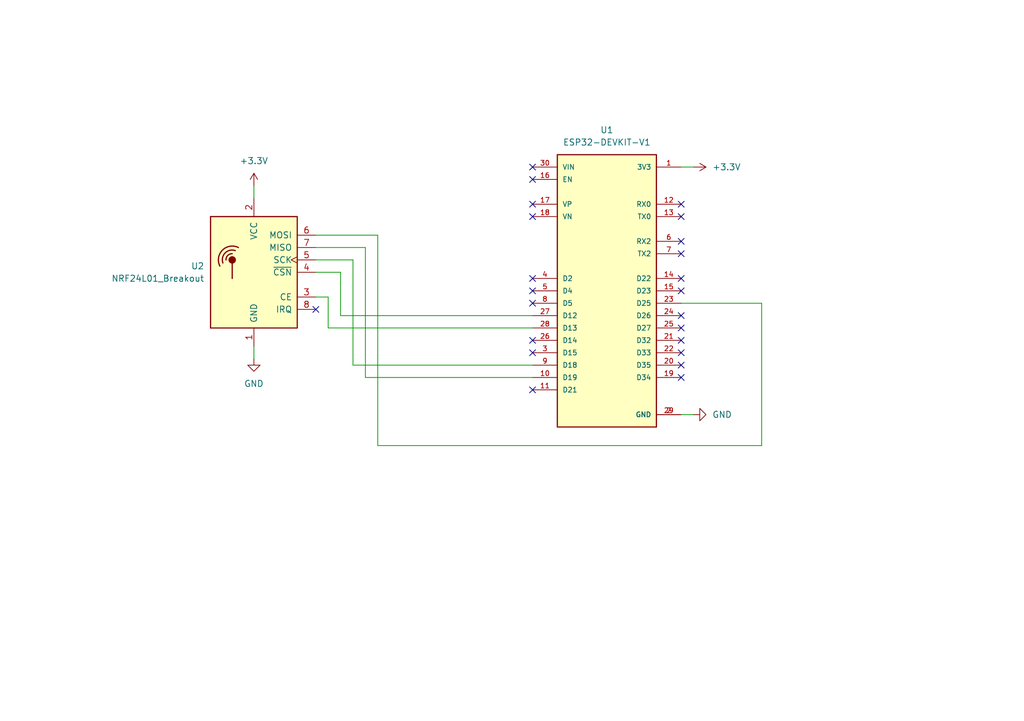
<source format=kicad_sch>
(kicad_sch
	(version 20250114)
	(generator "eeschema")
	(generator_version "9.0")
	(uuid "cb562355-b920-494b-b776-8f4fb441a8e0")
	(paper "A5")
	(title_block
		(title "IOT HSS-HUB ESP32")
		(date "2025-08-29")
		(rev "1")
	)
	(lib_symbols
		(symbol "ESP32-DEVKIT-V1:ESP32-DEVKIT-V1"
			(pin_names
				(offset 1.016)
			)
			(exclude_from_sim no)
			(in_bom yes)
			(on_board yes)
			(property "Reference" "U"
				(at -10.16 30.48 0)
				(effects
					(font
						(size 1.27 1.27)
					)
					(justify left top)
				)
			)
			(property "Value" "ESP32-DEVKIT-V1"
				(at -10.16 -30.48 0)
				(effects
					(font
						(size 1.27 1.27)
					)
					(justify left bottom)
				)
			)
			(property "Footprint" "ESP32-DEVKIT-V1:MODULE_ESP32_DEVKIT_V1"
				(at 0 0 0)
				(effects
					(font
						(size 1.27 1.27)
					)
					(justify bottom)
					(hide yes)
				)
			)
			(property "Datasheet" ""
				(at 0 0 0)
				(effects
					(font
						(size 1.27 1.27)
					)
					(hide yes)
				)
			)
			(property "Description" ""
				(at 0 0 0)
				(effects
					(font
						(size 1.27 1.27)
					)
					(hide yes)
				)
			)
			(property "MF" "Do it"
				(at 0 0 0)
				(effects
					(font
						(size 1.27 1.27)
					)
					(justify bottom)
					(hide yes)
				)
			)
			(property "MAXIMUM_PACKAGE_HEIGHT" "6.8 mm"
				(at 0 0 0)
				(effects
					(font
						(size 1.27 1.27)
					)
					(justify bottom)
					(hide yes)
				)
			)
			(property "Package" "None"
				(at 0 0 0)
				(effects
					(font
						(size 1.27 1.27)
					)
					(justify bottom)
					(hide yes)
				)
			)
			(property "Price" "None"
				(at 0 0 0)
				(effects
					(font
						(size 1.27 1.27)
					)
					(justify bottom)
					(hide yes)
				)
			)
			(property "Check_prices" "https://www.snapeda.com/parts/ESP32-DEVKIT-V1/Do+it/view-part/?ref=eda"
				(at 0 0 0)
				(effects
					(font
						(size 1.27 1.27)
					)
					(justify bottom)
					(hide yes)
				)
			)
			(property "STANDARD" "Manufacturer Recommendations"
				(at 0 0 0)
				(effects
					(font
						(size 1.27 1.27)
					)
					(justify bottom)
					(hide yes)
				)
			)
			(property "PARTREV" "N/A"
				(at 0 0 0)
				(effects
					(font
						(size 1.27 1.27)
					)
					(justify bottom)
					(hide yes)
				)
			)
			(property "SnapEDA_Link" "https://www.snapeda.com/parts/ESP32-DEVKIT-V1/Do+it/view-part/?ref=snap"
				(at 0 0 0)
				(effects
					(font
						(size 1.27 1.27)
					)
					(justify bottom)
					(hide yes)
				)
			)
			(property "MP" "ESP32-DEVKIT-V1"
				(at 0 0 0)
				(effects
					(font
						(size 1.27 1.27)
					)
					(justify bottom)
					(hide yes)
				)
			)
			(property "Description_1" "Dual core, Wi-Fi: 2.4 GHz up to 150 Mbits/s,BLE (Bluetooth Low Energy) and legacy Bluetooth, 32 bits, Up to 240 MHz"
				(at 0 0 0)
				(effects
					(font
						(size 1.27 1.27)
					)
					(justify bottom)
					(hide yes)
				)
			)
			(property "Availability" "Not in stock"
				(at 0 0 0)
				(effects
					(font
						(size 1.27 1.27)
					)
					(justify bottom)
					(hide yes)
				)
			)
			(property "MANUFACTURER" "DOIT"
				(at 0 0 0)
				(effects
					(font
						(size 1.27 1.27)
					)
					(justify bottom)
					(hide yes)
				)
			)
			(symbol "ESP32-DEVKIT-V1_0_0"
				(rectangle
					(start -10.16 -27.94)
					(end 10.16 27.94)
					(stroke
						(width 0.254)
						(type default)
					)
					(fill
						(type background)
					)
				)
				(pin input line
					(at -15.24 25.4 0)
					(length 5.08)
					(name "VIN"
						(effects
							(font
								(size 1.016 1.016)
							)
						)
					)
					(number "30"
						(effects
							(font
								(size 1.016 1.016)
							)
						)
					)
				)
				(pin input line
					(at -15.24 22.86 0)
					(length 5.08)
					(name "EN"
						(effects
							(font
								(size 1.016 1.016)
							)
						)
					)
					(number "16"
						(effects
							(font
								(size 1.016 1.016)
							)
						)
					)
				)
				(pin bidirectional line
					(at -15.24 17.78 0)
					(length 5.08)
					(name "VP"
						(effects
							(font
								(size 1.016 1.016)
							)
						)
					)
					(number "17"
						(effects
							(font
								(size 1.016 1.016)
							)
						)
					)
				)
				(pin bidirectional line
					(at -15.24 15.24 0)
					(length 5.08)
					(name "VN"
						(effects
							(font
								(size 1.016 1.016)
							)
						)
					)
					(number "18"
						(effects
							(font
								(size 1.016 1.016)
							)
						)
					)
				)
				(pin bidirectional line
					(at -15.24 2.54 0)
					(length 5.08)
					(name "D2"
						(effects
							(font
								(size 1.016 1.016)
							)
						)
					)
					(number "4"
						(effects
							(font
								(size 1.016 1.016)
							)
						)
					)
				)
				(pin bidirectional line
					(at -15.24 0 0)
					(length 5.08)
					(name "D4"
						(effects
							(font
								(size 1.016 1.016)
							)
						)
					)
					(number "5"
						(effects
							(font
								(size 1.016 1.016)
							)
						)
					)
				)
				(pin bidirectional line
					(at -15.24 -2.54 0)
					(length 5.08)
					(name "D5"
						(effects
							(font
								(size 1.016 1.016)
							)
						)
					)
					(number "8"
						(effects
							(font
								(size 1.016 1.016)
							)
						)
					)
				)
				(pin bidirectional line
					(at -15.24 -5.08 0)
					(length 5.08)
					(name "D12"
						(effects
							(font
								(size 1.016 1.016)
							)
						)
					)
					(number "27"
						(effects
							(font
								(size 1.016 1.016)
							)
						)
					)
				)
				(pin bidirectional line
					(at -15.24 -7.62 0)
					(length 5.08)
					(name "D13"
						(effects
							(font
								(size 1.016 1.016)
							)
						)
					)
					(number "28"
						(effects
							(font
								(size 1.016 1.016)
							)
						)
					)
				)
				(pin bidirectional line
					(at -15.24 -10.16 0)
					(length 5.08)
					(name "D14"
						(effects
							(font
								(size 1.016 1.016)
							)
						)
					)
					(number "26"
						(effects
							(font
								(size 1.016 1.016)
							)
						)
					)
				)
				(pin bidirectional line
					(at -15.24 -12.7 0)
					(length 5.08)
					(name "D15"
						(effects
							(font
								(size 1.016 1.016)
							)
						)
					)
					(number "3"
						(effects
							(font
								(size 1.016 1.016)
							)
						)
					)
				)
				(pin bidirectional line
					(at -15.24 -15.24 0)
					(length 5.08)
					(name "D18"
						(effects
							(font
								(size 1.016 1.016)
							)
						)
					)
					(number "9"
						(effects
							(font
								(size 1.016 1.016)
							)
						)
					)
				)
				(pin bidirectional line
					(at -15.24 -17.78 0)
					(length 5.08)
					(name "D19"
						(effects
							(font
								(size 1.016 1.016)
							)
						)
					)
					(number "10"
						(effects
							(font
								(size 1.016 1.016)
							)
						)
					)
				)
				(pin bidirectional line
					(at -15.24 -20.32 0)
					(length 5.08)
					(name "D21"
						(effects
							(font
								(size 1.016 1.016)
							)
						)
					)
					(number "11"
						(effects
							(font
								(size 1.016 1.016)
							)
						)
					)
				)
				(pin output line
					(at 15.24 25.4 180)
					(length 5.08)
					(name "3V3"
						(effects
							(font
								(size 1.016 1.016)
							)
						)
					)
					(number "1"
						(effects
							(font
								(size 1.016 1.016)
							)
						)
					)
				)
				(pin input line
					(at 15.24 17.78 180)
					(length 5.08)
					(name "RX0"
						(effects
							(font
								(size 1.016 1.016)
							)
						)
					)
					(number "12"
						(effects
							(font
								(size 1.016 1.016)
							)
						)
					)
				)
				(pin output line
					(at 15.24 15.24 180)
					(length 5.08)
					(name "TX0"
						(effects
							(font
								(size 1.016 1.016)
							)
						)
					)
					(number "13"
						(effects
							(font
								(size 1.016 1.016)
							)
						)
					)
				)
				(pin input line
					(at 15.24 10.16 180)
					(length 5.08)
					(name "RX2"
						(effects
							(font
								(size 1.016 1.016)
							)
						)
					)
					(number "6"
						(effects
							(font
								(size 1.016 1.016)
							)
						)
					)
				)
				(pin output line
					(at 15.24 7.62 180)
					(length 5.08)
					(name "TX2"
						(effects
							(font
								(size 1.016 1.016)
							)
						)
					)
					(number "7"
						(effects
							(font
								(size 1.016 1.016)
							)
						)
					)
				)
				(pin bidirectional line
					(at 15.24 2.54 180)
					(length 5.08)
					(name "D22"
						(effects
							(font
								(size 1.016 1.016)
							)
						)
					)
					(number "14"
						(effects
							(font
								(size 1.016 1.016)
							)
						)
					)
				)
				(pin bidirectional line
					(at 15.24 0 180)
					(length 5.08)
					(name "D23"
						(effects
							(font
								(size 1.016 1.016)
							)
						)
					)
					(number "15"
						(effects
							(font
								(size 1.016 1.016)
							)
						)
					)
				)
				(pin bidirectional line
					(at 15.24 -2.54 180)
					(length 5.08)
					(name "D25"
						(effects
							(font
								(size 1.016 1.016)
							)
						)
					)
					(number "23"
						(effects
							(font
								(size 1.016 1.016)
							)
						)
					)
				)
				(pin bidirectional line
					(at 15.24 -5.08 180)
					(length 5.08)
					(name "D26"
						(effects
							(font
								(size 1.016 1.016)
							)
						)
					)
					(number "24"
						(effects
							(font
								(size 1.016 1.016)
							)
						)
					)
				)
				(pin bidirectional line
					(at 15.24 -7.62 180)
					(length 5.08)
					(name "D27"
						(effects
							(font
								(size 1.016 1.016)
							)
						)
					)
					(number "25"
						(effects
							(font
								(size 1.016 1.016)
							)
						)
					)
				)
				(pin bidirectional line
					(at 15.24 -10.16 180)
					(length 5.08)
					(name "D32"
						(effects
							(font
								(size 1.016 1.016)
							)
						)
					)
					(number "21"
						(effects
							(font
								(size 1.016 1.016)
							)
						)
					)
				)
				(pin bidirectional line
					(at 15.24 -12.7 180)
					(length 5.08)
					(name "D33"
						(effects
							(font
								(size 1.016 1.016)
							)
						)
					)
					(number "22"
						(effects
							(font
								(size 1.016 1.016)
							)
						)
					)
				)
				(pin bidirectional line
					(at 15.24 -15.24 180)
					(length 5.08)
					(name "D35"
						(effects
							(font
								(size 1.016 1.016)
							)
						)
					)
					(number "20"
						(effects
							(font
								(size 1.016 1.016)
							)
						)
					)
				)
				(pin bidirectional line
					(at 15.24 -17.78 180)
					(length 5.08)
					(name "D34"
						(effects
							(font
								(size 1.016 1.016)
							)
						)
					)
					(number "19"
						(effects
							(font
								(size 1.016 1.016)
							)
						)
					)
				)
				(pin power_in line
					(at 15.24 -25.4 180)
					(length 5.08)
					(name "GND"
						(effects
							(font
								(size 1.016 1.016)
							)
						)
					)
					(number "2"
						(effects
							(font
								(size 1.016 1.016)
							)
						)
					)
				)
				(pin power_in line
					(at 15.24 -25.4 180)
					(length 5.08)
					(name "GND"
						(effects
							(font
								(size 1.016 1.016)
							)
						)
					)
					(number "29"
						(effects
							(font
								(size 1.016 1.016)
							)
						)
					)
				)
			)
			(embedded_fonts no)
		)
		(symbol "RF:NRF24L01_Breakout"
			(pin_names
				(offset 1.016)
			)
			(exclude_from_sim no)
			(in_bom yes)
			(on_board yes)
			(property "Reference" "U"
				(at -8.89 12.7 0)
				(effects
					(font
						(size 1.27 1.27)
					)
					(justify left)
				)
			)
			(property "Value" "NRF24L01_Breakout"
				(at 3.81 12.7 0)
				(effects
					(font
						(size 1.27 1.27)
					)
					(justify left)
				)
			)
			(property "Footprint" "RF_Module:nRF24L01_Breakout"
				(at 3.81 15.24 0)
				(effects
					(font
						(size 1.27 1.27)
						(italic yes)
					)
					(justify left)
					(hide yes)
				)
			)
			(property "Datasheet" "http://www.nordicsemi.com/eng/content/download/2730/34105/file/nRF24L01_Product_Specification_v2_0.pdf"
				(at 0 -2.54 0)
				(effects
					(font
						(size 1.27 1.27)
					)
					(hide yes)
				)
			)
			(property "Description" "Ultra low power 2.4GHz RF Transceiver, Carrier PCB"
				(at 0 0 0)
				(effects
					(font
						(size 1.27 1.27)
					)
					(hide yes)
				)
			)
			(property "ki_keywords" "Low Power RF Transceiver breakout carrier"
				(at 0 0 0)
				(effects
					(font
						(size 1.27 1.27)
					)
					(hide yes)
				)
			)
			(property "ki_fp_filters" "nRF24L01*Breakout*"
				(at 0 0 0)
				(effects
					(font
						(size 1.27 1.27)
					)
					(hide yes)
				)
			)
			(symbol "NRF24L01_Breakout_0_1"
				(rectangle
					(start -8.89 11.43)
					(end 8.89 -11.43)
					(stroke
						(width 0.254)
						(type default)
					)
					(fill
						(type background)
					)
				)
				(arc
					(start 3.175 5.08)
					(mid 6.453 4.548)
					(end 6.985 1.27)
					(stroke
						(width 0.254)
						(type default)
					)
					(fill
						(type none)
					)
				)
				(circle
					(center 4.445 2.54)
					(radius 0.635)
					(stroke
						(width 0.254)
						(type default)
					)
					(fill
						(type outline)
					)
				)
				(polyline
					(pts
						(xy 4.445 1.905) (xy 4.445 -1.27)
					)
					(stroke
						(width 0.254)
						(type default)
					)
					(fill
						(type none)
					)
				)
				(arc
					(start 3.81 4.445)
					(mid 5.8835 3.9785)
					(end 6.35 1.905)
					(stroke
						(width 0.254)
						(type default)
					)
					(fill
						(type none)
					)
				)
				(arc
					(start 4.445 3.81)
					(mid 5.3558 3.4508)
					(end 5.715 2.54)
					(stroke
						(width 0.254)
						(type default)
					)
					(fill
						(type none)
					)
				)
			)
			(symbol "NRF24L01_Breakout_1_1"
				(pin input line
					(at -12.7 7.62 0)
					(length 3.81)
					(name "MOSI"
						(effects
							(font
								(size 1.27 1.27)
							)
						)
					)
					(number "6"
						(effects
							(font
								(size 1.27 1.27)
							)
						)
					)
				)
				(pin output line
					(at -12.7 5.08 0)
					(length 3.81)
					(name "MISO"
						(effects
							(font
								(size 1.27 1.27)
							)
						)
					)
					(number "7"
						(effects
							(font
								(size 1.27 1.27)
							)
						)
					)
				)
				(pin input clock
					(at -12.7 2.54 0)
					(length 3.81)
					(name "SCK"
						(effects
							(font
								(size 1.27 1.27)
							)
						)
					)
					(number "5"
						(effects
							(font
								(size 1.27 1.27)
							)
						)
					)
				)
				(pin input line
					(at -12.7 0 0)
					(length 3.81)
					(name "~{CSN}"
						(effects
							(font
								(size 1.27 1.27)
							)
						)
					)
					(number "4"
						(effects
							(font
								(size 1.27 1.27)
							)
						)
					)
				)
				(pin input line
					(at -12.7 -5.08 0)
					(length 3.81)
					(name "CE"
						(effects
							(font
								(size 1.27 1.27)
							)
						)
					)
					(number "3"
						(effects
							(font
								(size 1.27 1.27)
							)
						)
					)
				)
				(pin output line
					(at -12.7 -7.62 0)
					(length 3.81)
					(name "IRQ"
						(effects
							(font
								(size 1.27 1.27)
							)
						)
					)
					(number "8"
						(effects
							(font
								(size 1.27 1.27)
							)
						)
					)
				)
				(pin power_in line
					(at 0 15.24 270)
					(length 3.81)
					(name "VCC"
						(effects
							(font
								(size 1.27 1.27)
							)
						)
					)
					(number "2"
						(effects
							(font
								(size 1.27 1.27)
							)
						)
					)
				)
				(pin power_in line
					(at 0 -15.24 90)
					(length 3.81)
					(name "GND"
						(effects
							(font
								(size 1.27 1.27)
							)
						)
					)
					(number "1"
						(effects
							(font
								(size 1.27 1.27)
							)
						)
					)
				)
			)
			(embedded_fonts no)
		)
		(symbol "power:+3.3V"
			(power)
			(pin_numbers
				(hide yes)
			)
			(pin_names
				(offset 0)
				(hide yes)
			)
			(exclude_from_sim no)
			(in_bom yes)
			(on_board yes)
			(property "Reference" "#PWR"
				(at 0 -3.81 0)
				(effects
					(font
						(size 1.27 1.27)
					)
					(hide yes)
				)
			)
			(property "Value" "+3.3V"
				(at 0 3.556 0)
				(effects
					(font
						(size 1.27 1.27)
					)
				)
			)
			(property "Footprint" ""
				(at 0 0 0)
				(effects
					(font
						(size 1.27 1.27)
					)
					(hide yes)
				)
			)
			(property "Datasheet" ""
				(at 0 0 0)
				(effects
					(font
						(size 1.27 1.27)
					)
					(hide yes)
				)
			)
			(property "Description" "Power symbol creates a global label with name \"+3.3V\""
				(at 0 0 0)
				(effects
					(font
						(size 1.27 1.27)
					)
					(hide yes)
				)
			)
			(property "ki_keywords" "global power"
				(at 0 0 0)
				(effects
					(font
						(size 1.27 1.27)
					)
					(hide yes)
				)
			)
			(symbol "+3.3V_0_1"
				(polyline
					(pts
						(xy -0.762 1.27) (xy 0 2.54)
					)
					(stroke
						(width 0)
						(type default)
					)
					(fill
						(type none)
					)
				)
				(polyline
					(pts
						(xy 0 2.54) (xy 0.762 1.27)
					)
					(stroke
						(width 0)
						(type default)
					)
					(fill
						(type none)
					)
				)
				(polyline
					(pts
						(xy 0 0) (xy 0 2.54)
					)
					(stroke
						(width 0)
						(type default)
					)
					(fill
						(type none)
					)
				)
			)
			(symbol "+3.3V_1_1"
				(pin power_in line
					(at 0 0 90)
					(length 0)
					(name "~"
						(effects
							(font
								(size 1.27 1.27)
							)
						)
					)
					(number "1"
						(effects
							(font
								(size 1.27 1.27)
							)
						)
					)
				)
			)
			(embedded_fonts no)
		)
		(symbol "power:GND"
			(power)
			(pin_numbers
				(hide yes)
			)
			(pin_names
				(offset 0)
				(hide yes)
			)
			(exclude_from_sim no)
			(in_bom yes)
			(on_board yes)
			(property "Reference" "#PWR"
				(at 0 -6.35 0)
				(effects
					(font
						(size 1.27 1.27)
					)
					(hide yes)
				)
			)
			(property "Value" "GND"
				(at 0 -3.81 0)
				(effects
					(font
						(size 1.27 1.27)
					)
				)
			)
			(property "Footprint" ""
				(at 0 0 0)
				(effects
					(font
						(size 1.27 1.27)
					)
					(hide yes)
				)
			)
			(property "Datasheet" ""
				(at 0 0 0)
				(effects
					(font
						(size 1.27 1.27)
					)
					(hide yes)
				)
			)
			(property "Description" "Power symbol creates a global label with name \"GND\" , ground"
				(at 0 0 0)
				(effects
					(font
						(size 1.27 1.27)
					)
					(hide yes)
				)
			)
			(property "ki_keywords" "global power"
				(at 0 0 0)
				(effects
					(font
						(size 1.27 1.27)
					)
					(hide yes)
				)
			)
			(symbol "GND_0_1"
				(polyline
					(pts
						(xy 0 0) (xy 0 -1.27) (xy 1.27 -1.27) (xy 0 -2.54) (xy -1.27 -1.27) (xy 0 -1.27)
					)
					(stroke
						(width 0)
						(type default)
					)
					(fill
						(type none)
					)
				)
			)
			(symbol "GND_1_1"
				(pin power_in line
					(at 0 0 270)
					(length 0)
					(name "~"
						(effects
							(font
								(size 1.27 1.27)
							)
						)
					)
					(number "1"
						(effects
							(font
								(size 1.27 1.27)
							)
						)
					)
				)
			)
			(embedded_fonts no)
		)
	)
	(no_connect
		(at 109.22 69.85)
		(uuid "03759c33-b821-438a-9f74-dedd2611b5e7")
	)
	(no_connect
		(at 139.7 49.53)
		(uuid "04f7af1e-d320-49dd-b866-83a3e58e0c82")
	)
	(no_connect
		(at 139.7 59.69)
		(uuid "278d7d15-5769-4ef5-87ef-27030e26ef60")
	)
	(no_connect
		(at 139.7 74.93)
		(uuid "27ead9dd-e2ad-435f-9fe2-43910361eb62")
	)
	(no_connect
		(at 139.7 57.15)
		(uuid "2cbc250e-dbbf-4498-99b1-97bae442b117")
	)
	(no_connect
		(at 139.7 52.07)
		(uuid "2e8885dc-3f27-4426-9507-4f976ea006bc")
	)
	(no_connect
		(at 109.22 62.23)
		(uuid "2f0c3dc4-1549-42a0-8008-e9e4c50b613a")
	)
	(no_connect
		(at 139.7 69.85)
		(uuid "30b7ea2b-a7fd-4e44-9175-a6f3d2c8acd0")
	)
	(no_connect
		(at 109.22 80.01)
		(uuid "42a0f2b3-857a-48ce-a0c3-6a054e046d68")
	)
	(no_connect
		(at 109.22 44.45)
		(uuid "4aeaf666-2309-49c1-8173-f8e5cb063d38")
	)
	(no_connect
		(at 109.22 36.83)
		(uuid "4f8cc5b3-111e-4981-a7c7-c75e5e84c916")
	)
	(no_connect
		(at 139.7 44.45)
		(uuid "5dc57779-2a57-4902-99b7-689689cea510")
	)
	(no_connect
		(at 109.22 59.69)
		(uuid "5ef34b39-9c6d-46d0-91e8-b31b96dbe9ac")
	)
	(no_connect
		(at 139.7 41.91)
		(uuid "65dddad7-542d-4f2c-9c88-6ca51a385d2f")
	)
	(no_connect
		(at 139.7 64.77)
		(uuid "6c3295c0-eff3-4513-8b20-2c5163ce17be")
	)
	(no_connect
		(at 139.7 67.31)
		(uuid "76ba3ae7-3fe4-4f8c-ace8-6efa7546d618")
	)
	(no_connect
		(at 109.22 41.91)
		(uuid "772fec78-c05e-4c11-88b8-7f288a8beb7c")
	)
	(no_connect
		(at 139.7 77.47)
		(uuid "b7e36f25-b258-49bf-8192-f1b2cc1eb213")
	)
	(no_connect
		(at 64.77 63.5)
		(uuid "e2d75929-350f-4ec8-b4a4-2cf1981a98b1")
	)
	(no_connect
		(at 109.22 57.15)
		(uuid "f0b119b6-f224-4f96-9b7b-291065799db9")
	)
	(no_connect
		(at 109.22 72.39)
		(uuid "f15c9a51-4165-4b8d-ba68-16539148684d")
	)
	(no_connect
		(at 109.22 34.29)
		(uuid "f8a5deed-e630-47fe-9cf6-c85f1da9d4ff")
	)
	(no_connect
		(at 139.7 72.39)
		(uuid "fe1a322c-6c84-424e-a299-571940cd5d97")
	)
	(wire
		(pts
			(xy 67.31 60.96) (xy 67.31 67.31)
		)
		(stroke
			(width 0)
			(type default)
		)
		(uuid "0225a729-2ab6-4e0a-ac78-dde38376e27a")
	)
	(wire
		(pts
			(xy 67.31 67.31) (xy 109.22 67.31)
		)
		(stroke
			(width 0)
			(type default)
		)
		(uuid "0a73512b-427f-4a0e-b156-00fe80c57939")
	)
	(wire
		(pts
			(xy 77.47 91.44) (xy 156.21 91.44)
		)
		(stroke
			(width 0)
			(type default)
		)
		(uuid "2b46bfdc-6210-4703-abc5-eddcddbb7ead")
	)
	(wire
		(pts
			(xy 72.39 53.34) (xy 72.39 74.93)
		)
		(stroke
			(width 0)
			(type default)
		)
		(uuid "2c06b138-a275-4e2b-8b09-7d7c795ace59")
	)
	(wire
		(pts
			(xy 74.93 77.47) (xy 109.22 77.47)
		)
		(stroke
			(width 0)
			(type default)
		)
		(uuid "49298ceb-e029-4462-86a2-bb6c57b7d0f5")
	)
	(wire
		(pts
			(xy 64.77 48.26) (xy 77.47 48.26)
		)
		(stroke
			(width 0)
			(type default)
		)
		(uuid "4cc06bd0-5468-4215-bf66-fdd39c2ac506")
	)
	(wire
		(pts
			(xy 69.85 55.88) (xy 69.85 64.77)
		)
		(stroke
			(width 0)
			(type default)
		)
		(uuid "59c70c7e-7bdb-4437-b798-bcd629b9e7b2")
	)
	(wire
		(pts
			(xy 64.77 55.88) (xy 69.85 55.88)
		)
		(stroke
			(width 0)
			(type default)
		)
		(uuid "688df674-3556-44ba-8975-faf44021d64b")
	)
	(wire
		(pts
			(xy 156.21 62.23) (xy 139.7 62.23)
		)
		(stroke
			(width 0)
			(type default)
		)
		(uuid "70b96cd7-5ef3-475e-90b3-030606a4b080")
	)
	(wire
		(pts
			(xy 77.47 48.26) (xy 77.47 91.44)
		)
		(stroke
			(width 0)
			(type default)
		)
		(uuid "70e14775-0116-4a2a-8b95-5a2d16f8db66")
	)
	(wire
		(pts
			(xy 139.7 34.29) (xy 142.24 34.29)
		)
		(stroke
			(width 0)
			(type default)
		)
		(uuid "7205943e-40f1-4556-a173-bb1671c279d8")
	)
	(wire
		(pts
			(xy 52.07 71.12) (xy 52.07 73.66)
		)
		(stroke
			(width 0)
			(type default)
		)
		(uuid "72f32122-5a12-405b-8919-cbf78ac4f868")
	)
	(wire
		(pts
			(xy 64.77 60.96) (xy 67.31 60.96)
		)
		(stroke
			(width 0)
			(type default)
		)
		(uuid "7671e144-7702-4cfb-ab1a-4ce0a6f3ee49")
	)
	(wire
		(pts
			(xy 74.93 50.8) (xy 74.93 77.47)
		)
		(stroke
			(width 0)
			(type default)
		)
		(uuid "8f148c97-d1bc-4a2f-b763-2a326d41b34d")
	)
	(wire
		(pts
			(xy 156.21 91.44) (xy 156.21 62.23)
		)
		(stroke
			(width 0)
			(type default)
		)
		(uuid "9a10f8bc-9fec-4fad-b64d-7008a0f9ce3b")
	)
	(wire
		(pts
			(xy 139.7 85.09) (xy 142.24 85.09)
		)
		(stroke
			(width 0)
			(type default)
		)
		(uuid "ba10d419-a494-4d29-9f92-d9b521c9b771")
	)
	(wire
		(pts
			(xy 72.39 74.93) (xy 109.22 74.93)
		)
		(stroke
			(width 0)
			(type default)
		)
		(uuid "c17f07eb-c152-4be1-a940-e8014ccdb868")
	)
	(wire
		(pts
			(xy 64.77 50.8) (xy 74.93 50.8)
		)
		(stroke
			(width 0)
			(type default)
		)
		(uuid "c67d4131-5d4e-4336-9d09-ea59b3d68a13")
	)
	(wire
		(pts
			(xy 69.85 64.77) (xy 109.22 64.77)
		)
		(stroke
			(width 0)
			(type default)
		)
		(uuid "f5f5d724-9f75-4ec2-aacc-d9abd32e72f0")
	)
	(wire
		(pts
			(xy 64.77 53.34) (xy 72.39 53.34)
		)
		(stroke
			(width 0)
			(type default)
		)
		(uuid "f9a10138-87bb-4845-aaa5-79e43e2ce67d")
	)
	(wire
		(pts
			(xy 52.07 38.1) (xy 52.07 40.64)
		)
		(stroke
			(width 0)
			(type default)
		)
		(uuid "fad2a06c-4d14-487f-b78d-71cdd6f08669")
	)
	(symbol
		(lib_id "power:GND")
		(at 142.24 85.09 90)
		(unit 1)
		(exclude_from_sim no)
		(in_bom yes)
		(on_board yes)
		(dnp no)
		(fields_autoplaced yes)
		(uuid "4b707a23-181b-48a9-910f-772762c48113")
		(property "Reference" "#PWR02"
			(at 148.59 85.09 0)
			(effects
				(font
					(size 1.27 1.27)
				)
				(hide yes)
			)
		)
		(property "Value" "GND"
			(at 146.05 85.0899 90)
			(effects
				(font
					(size 1.27 1.27)
				)
				(justify right)
			)
		)
		(property "Footprint" ""
			(at 142.24 85.09 0)
			(effects
				(font
					(size 1.27 1.27)
				)
				(hide yes)
			)
		)
		(property "Datasheet" ""
			(at 142.24 85.09 0)
			(effects
				(font
					(size 1.27 1.27)
				)
				(hide yes)
			)
		)
		(property "Description" "Power symbol creates a global label with name \"GND\" , ground"
			(at 142.24 85.09 0)
			(effects
				(font
					(size 1.27 1.27)
				)
				(hide yes)
			)
		)
		(pin "1"
			(uuid "d51c2610-68c2-4777-9ca8-374bda4a4d71")
		)
		(instances
			(project ""
				(path "/cb562355-b920-494b-b776-8f4fb441a8e0"
					(reference "#PWR02")
					(unit 1)
				)
			)
		)
	)
	(symbol
		(lib_id "ESP32-DEVKIT-V1:ESP32-DEVKIT-V1")
		(at 124.46 59.69 0)
		(unit 1)
		(exclude_from_sim no)
		(in_bom yes)
		(on_board yes)
		(dnp no)
		(fields_autoplaced yes)
		(uuid "63ffdbce-6bee-4927-9f6e-c2c1c3f24621")
		(property "Reference" "U1"
			(at 124.46 26.67 0)
			(effects
				(font
					(size 1.27 1.27)
				)
			)
		)
		(property "Value" "ESP32-DEVKIT-V1"
			(at 124.46 29.21 0)
			(effects
				(font
					(size 1.27 1.27)
				)
			)
		)
		(property "Footprint" "ESP32-DEVKIT-V1:MODULE_ESP32_DEVKIT_V1"
			(at 124.46 59.69 0)
			(effects
				(font
					(size 1.27 1.27)
				)
				(justify bottom)
				(hide yes)
			)
		)
		(property "Datasheet" ""
			(at 124.46 59.69 0)
			(effects
				(font
					(size 1.27 1.27)
				)
				(hide yes)
			)
		)
		(property "Description" ""
			(at 124.46 59.69 0)
			(effects
				(font
					(size 1.27 1.27)
				)
				(hide yes)
			)
		)
		(property "MF" "Do it"
			(at 124.46 59.69 0)
			(effects
				(font
					(size 1.27 1.27)
				)
				(justify bottom)
				(hide yes)
			)
		)
		(property "MAXIMUM_PACKAGE_HEIGHT" "6.8 mm"
			(at 124.46 59.69 0)
			(effects
				(font
					(size 1.27 1.27)
				)
				(justify bottom)
				(hide yes)
			)
		)
		(property "Package" "None"
			(at 124.46 59.69 0)
			(effects
				(font
					(size 1.27 1.27)
				)
				(justify bottom)
				(hide yes)
			)
		)
		(property "Price" "None"
			(at 124.46 59.69 0)
			(effects
				(font
					(size 1.27 1.27)
				)
				(justify bottom)
				(hide yes)
			)
		)
		(property "Check_prices" "https://www.snapeda.com/parts/ESP32-DEVKIT-V1/Do+it/view-part/?ref=eda"
			(at 124.46 59.69 0)
			(effects
				(font
					(size 1.27 1.27)
				)
				(justify bottom)
				(hide yes)
			)
		)
		(property "STANDARD" "Manufacturer Recommendations"
			(at 124.46 59.69 0)
			(effects
				(font
					(size 1.27 1.27)
				)
				(justify bottom)
				(hide yes)
			)
		)
		(property "PARTREV" "N/A"
			(at 124.46 59.69 0)
			(effects
				(font
					(size 1.27 1.27)
				)
				(justify bottom)
				(hide yes)
			)
		)
		(property "SnapEDA_Link" "https://www.snapeda.com/parts/ESP32-DEVKIT-V1/Do+it/view-part/?ref=snap"
			(at 124.46 59.69 0)
			(effects
				(font
					(size 1.27 1.27)
				)
				(justify bottom)
				(hide yes)
			)
		)
		(property "MP" "ESP32-DEVKIT-V1"
			(at 124.46 59.69 0)
			(effects
				(font
					(size 1.27 1.27)
				)
				(justify bottom)
				(hide yes)
			)
		)
		(property "Description_1" "Dual core, Wi-Fi: 2.4 GHz up to 150 Mbits/s,BLE (Bluetooth Low Energy) and legacy Bluetooth, 32 bits, Up to 240 MHz"
			(at 124.46 59.69 0)
			(effects
				(font
					(size 1.27 1.27)
				)
				(justify bottom)
				(hide yes)
			)
		)
		(property "Availability" "Not in stock"
			(at 124.46 59.69 0)
			(effects
				(font
					(size 1.27 1.27)
				)
				(justify bottom)
				(hide yes)
			)
		)
		(property "MANUFACTURER" "DOIT"
			(at 124.46 59.69 0)
			(effects
				(font
					(size 1.27 1.27)
				)
				(justify bottom)
				(hide yes)
			)
		)
		(pin "20"
			(uuid "a321c313-ce3a-4cba-ae0e-e6f7608a7a35")
		)
		(pin "22"
			(uuid "48312f72-d7f5-43f4-9894-5966bdad1109")
		)
		(pin "19"
			(uuid "6980c6fa-6a71-4268-add3-50f646328380")
		)
		(pin "14"
			(uuid "0b7a6805-d4f0-4d8a-b9cc-1797fe61eca8")
		)
		(pin "15"
			(uuid "7d9eb098-ed4e-4bf1-b548-74f140367137")
		)
		(pin "21"
			(uuid "9d7090f0-ada8-4486-bf01-9ae737389875")
		)
		(pin "25"
			(uuid "c0a37597-91f6-4be8-8e77-aadcd9e60b83")
		)
		(pin "29"
			(uuid "19a62f3c-b9be-41f3-a4dd-0401bd4790bc")
		)
		(pin "23"
			(uuid "c122dc61-f737-48a9-8784-9de4b6b7d59f")
		)
		(pin "24"
			(uuid "13c4b40d-fb42-4c5c-9934-5e3a76eae00f")
		)
		(pin "2"
			(uuid "d2139e4a-7430-4561-b767-469e2a3e28f4")
		)
		(pin "7"
			(uuid "0219c7f5-fb31-4558-9d3f-f3b2814a3516")
		)
		(pin "26"
			(uuid "77ae19ab-bbc2-4122-ab99-efc650be3aeb")
		)
		(pin "4"
			(uuid "d540ad41-ef3c-4a58-9202-629ee5e4287f")
		)
		(pin "27"
			(uuid "aa2e1c74-c099-4f7a-8e6d-b28f77c09b83")
		)
		(pin "17"
			(uuid "34b46063-3572-413b-90b0-9f845e632ff3")
		)
		(pin "28"
			(uuid "2697ef3d-34d5-47d8-82ad-7e138e0cb8cd")
		)
		(pin "30"
			(uuid "42d389d6-6381-4e17-857f-97facd00f975")
		)
		(pin "3"
			(uuid "456e0583-cfa9-4841-a40c-4d2b6c4830c0")
		)
		(pin "9"
			(uuid "0ea99431-a091-48aa-9ab3-ea21993d9036")
		)
		(pin "10"
			(uuid "5b480826-148d-460a-968a-7a3b27dabd04")
		)
		(pin "5"
			(uuid "615d290a-ae9e-45cc-b094-8fa003a0e433")
		)
		(pin "11"
			(uuid "4336e9fd-7820-4d98-89e8-bb2d9b8336b2")
		)
		(pin "16"
			(uuid "03af9079-6587-487f-8bf1-2ac14c236d35")
		)
		(pin "18"
			(uuid "08c39b36-5563-434e-ac81-80846d5bdd95")
		)
		(pin "1"
			(uuid "fda9aa0a-e1a0-420b-bc18-581c078fe915")
		)
		(pin "12"
			(uuid "80bb925b-2486-44a1-a140-5fc10dc973fc")
		)
		(pin "13"
			(uuid "2b76e7b5-4e15-49ae-9b57-f91d8f6eb632")
		)
		(pin "8"
			(uuid "a4a982f6-8616-4a95-ab63-545b9c455596")
		)
		(pin "6"
			(uuid "3abe1062-a986-45b8-8a86-c6e27f30a1f3")
		)
		(instances
			(project ""
				(path "/cb562355-b920-494b-b776-8f4fb441a8e0"
					(reference "U1")
					(unit 1)
				)
			)
		)
	)
	(symbol
		(lib_id "power:+3.3V")
		(at 142.24 34.29 270)
		(unit 1)
		(exclude_from_sim no)
		(in_bom yes)
		(on_board yes)
		(dnp no)
		(fields_autoplaced yes)
		(uuid "74b511aa-9256-4907-946b-3d5cab34234f")
		(property "Reference" "#PWR03"
			(at 138.43 34.29 0)
			(effects
				(font
					(size 1.27 1.27)
				)
				(hide yes)
			)
		)
		(property "Value" "+3.3V"
			(at 146.05 34.2899 90)
			(effects
				(font
					(size 1.27 1.27)
				)
				(justify left)
			)
		)
		(property "Footprint" ""
			(at 142.24 34.29 0)
			(effects
				(font
					(size 1.27 1.27)
				)
				(hide yes)
			)
		)
		(property "Datasheet" ""
			(at 142.24 34.29 0)
			(effects
				(font
					(size 1.27 1.27)
				)
				(hide yes)
			)
		)
		(property "Description" "Power symbol creates a global label with name \"+3.3V\""
			(at 142.24 34.29 0)
			(effects
				(font
					(size 1.27 1.27)
				)
				(hide yes)
			)
		)
		(pin "1"
			(uuid "5a6ff3ce-56df-489a-b155-5a4bfc23802e")
		)
		(instances
			(project ""
				(path "/cb562355-b920-494b-b776-8f4fb441a8e0"
					(reference "#PWR03")
					(unit 1)
				)
			)
		)
	)
	(symbol
		(lib_id "RF:NRF24L01_Breakout")
		(at 52.07 55.88 0)
		(mirror y)
		(unit 1)
		(exclude_from_sim no)
		(in_bom yes)
		(on_board yes)
		(dnp no)
		(uuid "7585a4f7-a6e4-4fa2-bdc7-4cecbfe5b263")
		(property "Reference" "U2"
			(at 41.91 54.6099 0)
			(effects
				(font
					(size 1.27 1.27)
				)
				(justify left)
			)
		)
		(property "Value" "NRF24L01_Breakout"
			(at 41.91 57.1499 0)
			(effects
				(font
					(size 1.27 1.27)
				)
				(justify left)
			)
		)
		(property "Footprint" "RF_Module:nRF24L01_Breakout"
			(at 48.26 40.64 0)
			(effects
				(font
					(size 1.27 1.27)
					(italic yes)
				)
				(justify left)
				(hide yes)
			)
		)
		(property "Datasheet" "http://www.nordicsemi.com/eng/content/download/2730/34105/file/nRF24L01_Product_Specification_v2_0.pdf"
			(at 52.07 58.42 0)
			(effects
				(font
					(size 1.27 1.27)
				)
				(hide yes)
			)
		)
		(property "Description" "Ultra low power 2.4GHz RF Transceiver, Carrier PCB"
			(at 52.07 55.88 0)
			(effects
				(font
					(size 1.27 1.27)
				)
				(hide yes)
			)
		)
		(pin "3"
			(uuid "a4f737c2-4d05-483c-96a0-daf269f064e3")
		)
		(pin "5"
			(uuid "ca76e45f-f46b-4db7-8300-4eff0650c2da")
		)
		(pin "8"
			(uuid "4a1c4139-f8ef-413f-84df-9572372ba7be")
		)
		(pin "2"
			(uuid "e864844b-960d-41be-b0bc-e408627a9a4a")
		)
		(pin "7"
			(uuid "19243bdf-e998-4750-99d2-0e6d002a13ca")
		)
		(pin "6"
			(uuid "be8c2ed9-dcfa-4a7d-8669-adf8133377ac")
		)
		(pin "4"
			(uuid "58920cad-468b-4bec-886d-a80f6af27dcf")
		)
		(pin "1"
			(uuid "349ac588-6594-4ac9-9ea1-8e11a284ccbf")
		)
		(instances
			(project ""
				(path "/cb562355-b920-494b-b776-8f4fb441a8e0"
					(reference "U2")
					(unit 1)
				)
			)
		)
	)
	(symbol
		(lib_id "power:GND")
		(at 52.07 73.66 0)
		(unit 1)
		(exclude_from_sim no)
		(in_bom yes)
		(on_board yes)
		(dnp no)
		(fields_autoplaced yes)
		(uuid "9f595336-dae6-43f8-9fd5-090688f6ba39")
		(property "Reference" "#PWR01"
			(at 52.07 80.01 0)
			(effects
				(font
					(size 1.27 1.27)
				)
				(hide yes)
			)
		)
		(property "Value" "GND"
			(at 52.07 78.74 0)
			(effects
				(font
					(size 1.27 1.27)
				)
			)
		)
		(property "Footprint" ""
			(at 52.07 73.66 0)
			(effects
				(font
					(size 1.27 1.27)
				)
				(hide yes)
			)
		)
		(property "Datasheet" ""
			(at 52.07 73.66 0)
			(effects
				(font
					(size 1.27 1.27)
				)
				(hide yes)
			)
		)
		(property "Description" "Power symbol creates a global label with name \"GND\" , ground"
			(at 52.07 73.66 0)
			(effects
				(font
					(size 1.27 1.27)
				)
				(hide yes)
			)
		)
		(pin "1"
			(uuid "8f3e1710-0a83-4845-adbc-c3f89691269c")
		)
		(instances
			(project ""
				(path "/cb562355-b920-494b-b776-8f4fb441a8e0"
					(reference "#PWR01")
					(unit 1)
				)
			)
		)
	)
	(symbol
		(lib_id "power:+3.3V")
		(at 52.07 38.1 0)
		(unit 1)
		(exclude_from_sim no)
		(in_bom yes)
		(on_board yes)
		(dnp no)
		(fields_autoplaced yes)
		(uuid "a073c830-758f-4f39-b0d7-aa1e3005e68c")
		(property "Reference" "#PWR04"
			(at 52.07 41.91 0)
			(effects
				(font
					(size 1.27 1.27)
				)
				(hide yes)
			)
		)
		(property "Value" "+3.3V"
			(at 52.07 33.02 0)
			(effects
				(font
					(size 1.27 1.27)
				)
			)
		)
		(property "Footprint" ""
			(at 52.07 38.1 0)
			(effects
				(font
					(size 1.27 1.27)
				)
				(hide yes)
			)
		)
		(property "Datasheet" ""
			(at 52.07 38.1 0)
			(effects
				(font
					(size 1.27 1.27)
				)
				(hide yes)
			)
		)
		(property "Description" "Power symbol creates a global label with name \"+3.3V\""
			(at 52.07 38.1 0)
			(effects
				(font
					(size 1.27 1.27)
				)
				(hide yes)
			)
		)
		(pin "1"
			(uuid "8a470cca-99a7-44ef-b53a-f405b75321b6")
		)
		(instances
			(project ""
				(path "/cb562355-b920-494b-b776-8f4fb441a8e0"
					(reference "#PWR04")
					(unit 1)
				)
			)
		)
	)
	(sheet_instances
		(path "/"
			(page "1")
		)
	)
	(embedded_fonts no)
)

</source>
